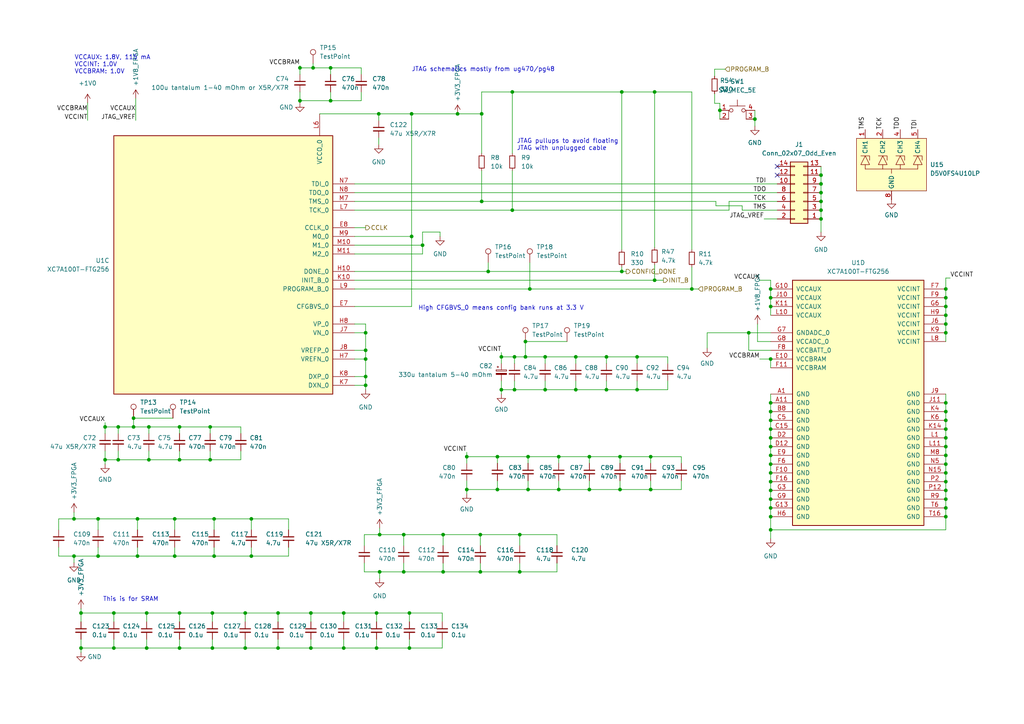
<source format=kicad_sch>
(kicad_sch (version 20211123) (generator eeschema)
  (paper "A4")
  (title_block (title "VGA Centrifuge") (date "2022-09-30") (rev "R1") (comment 1 "Author: Paolo Celati") (comment 2 "FPGA Power & JTAG"))
  (junction (at 238.125 63.5))
  (junction (at 50.673 161.29))
  (junction (at 62.103 161.29))
  (junction (at 95.885 19.685))
  (junction (at 148.59 60.96))
  (junction (at 110.109 165.862))
  (junction (at 30.48 123.825))
  (junction (at 274.32 88.9))
  (junction (at 119.38 68.58))
  (junction (at 60.96 123.825))
  (junction (at 153.67 83.82))
  (junction (at 274.32 139.7))
  (junction (at 179.832 141.986))
  (junction (at 33.02 177.8))
  (junction (at 28.448 150.495))
  (junction (at 162.052 141.986))
  (junction (at 60.96 133.35))
  (junction (at 274.32 134.62))
  (junction (at 274.32 91.44))
  (junction (at 71.12 187.96))
  (junction (at 150.749 155.067))
  (junction (at 184.785 113.03))
  (junction (at 33.02 187.96))
  (junction (at 158.115 113.03))
  (junction (at 109.22 187.96))
  (junction (at 42.545 187.96))
  (junction (at 139.319 165.862))
  (junction (at 223.52 129.54))
  (junction (at 274.32 96.52))
  (junction (at 274.32 137.16))
  (junction (at 106.045 104.14))
  (junction (at 223.52 153.67))
  (junction (at 21.463 161.29))
  (junction (at 72.898 161.29))
  (junction (at 38.735 121.285))
  (junction (at 223.52 149.86))
  (junction (at 71.12 177.8))
  (junction (at 52.07 133.35))
  (junction (at 274.32 116.84))
  (junction (at 223.52 147.32))
  (junction (at 128.524 155.067))
  (junction (at 72.898 150.495))
  (junction (at 223.52 121.92))
  (junction (at 152.4 103.505))
  (junction (at 39.878 150.495))
  (junction (at 274.32 121.92))
  (junction (at 223.52 86.36))
  (junction (at 170.942 132.461))
  (junction (at 139.319 155.067))
  (junction (at 30.48 133.35))
  (junction (at 34.29 123.825))
  (junction (at 238.125 60.96))
  (junction (at 223.52 132.08))
  (junction (at 150.749 165.862))
  (junction (at 38.735 123.825))
  (junction (at 223.52 104.14))
  (junction (at 274.32 149.86))
  (junction (at 188.722 132.461))
  (junction (at 145.415 103.505))
  (junction (at 184.785 103.505))
  (junction (at 223.52 127))
  (junction (at 86.995 19.685))
  (junction (at 99.695 187.96))
  (junction (at 99.695 177.8))
  (junction (at 144.272 132.461))
  (junction (at 148.59 26.67))
  (junction (at 238.125 58.42))
  (junction (at 117.094 155.067))
  (junction (at 274.32 129.54))
  (junction (at 223.52 134.62))
  (junction (at 42.545 177.8))
  (junction (at 21.463 150.495))
  (junction (at 90.805 19.685))
  (junction (at 274.32 124.46))
  (junction (at 118.745 187.96))
  (junction (at 153.162 132.461))
  (junction (at 90.17 177.8))
  (junction (at 180.34 78.74))
  (junction (at 106.045 109.22))
  (junction (at 274.32 83.82))
  (junction (at 34.29 133.35))
  (junction (at 189.865 81.28))
  (junction (at 162.052 132.461))
  (junction (at 106.045 101.6))
  (junction (at 61.595 187.96))
  (junction (at 189.865 26.67))
  (junction (at 106.045 96.52))
  (junction (at 238.125 50.8))
  (junction (at 238.125 53.34))
  (junction (at 62.103 150.495))
  (junction (at 23.495 187.96))
  (junction (at 139.7 58.42))
  (junction (at 274.32 144.78))
  (junction (at 52.07 177.8))
  (junction (at 274.32 119.38))
  (junction (at 52.07 187.96))
  (junction (at 80.645 187.96))
  (junction (at 90.17 187.96))
  (junction (at 110.109 155.067))
  (junction (at 80.645 177.8))
  (junction (at 144.272 141.986))
  (junction (at 149.225 103.505))
  (junction (at 122.555 71.12))
  (junction (at 95.885 29.21))
  (junction (at 149.225 113.03))
  (junction (at 145.415 113.03))
  (junction (at 223.52 139.7))
  (junction (at 223.52 83.82))
  (junction (at 135.382 141.986))
  (junction (at 106.045 111.76))
  (junction (at 86.995 29.21))
  (junction (at 188.722 141.986))
  (junction (at 152.4 99.06))
  (junction (at 50.673 150.495))
  (junction (at 175.895 103.505))
  (junction (at 179.832 132.461))
  (junction (at 139.7 33.02))
  (junction (at 167.005 103.505))
  (junction (at 223.52 142.24))
  (junction (at 274.32 93.98))
  (junction (at 153.162 141.986))
  (junction (at 218.948 34.544))
  (junction (at 128.524 165.862))
  (junction (at 223.52 88.9))
  (junction (at 238.125 55.88))
  (junction (at 180.34 26.67))
  (junction (at 167.005 113.03))
  (junction (at 223.52 116.84))
  (junction (at 217.17 96.52))
  (junction (at 274.32 147.32))
  (junction (at 119.38 33.02))
  (junction (at 135.382 132.461))
  (junction (at 43.18 123.825))
  (junction (at 109.22 177.8))
  (junction (at 274.32 86.36))
  (junction (at 223.52 124.46))
  (junction (at 39.878 161.29))
  (junction (at 200.66 83.82))
  (junction (at 43.18 133.35))
  (junction (at 223.52 144.78))
  (junction (at 170.942 141.986))
  (junction (at 109.855 33.02))
  (junction (at 23.495 177.8))
  (junction (at 223.52 119.38))
  (junction (at 61.595 177.8))
  (junction (at 274.32 127))
  (junction (at 274.32 142.24))
  (junction (at 175.895 113.03))
  (junction (at 208.788 32.004))
  (junction (at 132.715 33.02))
  (junction (at 141.605 78.74))
  (junction (at 117.094 165.862))
  (junction (at 223.52 137.16))
  (junction (at 274.32 132.08))
  (junction (at 28.448 161.29))
  (junction (at 52.07 123.825))
  (junction (at 158.115 103.505))
  (junction (at 118.745 177.8))
  (no_connect (at 225.425 50.8))
  (no_connect (at 225.425 48.26))
  (wire (pts (xy 39.878 150.495) (xy 50.673 150.495)))
  (wire (pts (xy 42.545 187.96) (xy 42.545 185.42)))
  (wire (pts (xy 117.094 155.067) (xy 117.094 158.242)))
  (wire (pts (xy 122.555 67.31) (xy 127.635 67.31)))
  (wire (pts (xy 28.448 150.495) (xy 39.878 150.495)))
  (wire (pts (xy 109.855 40.005) (xy 109.855 41.91)))
  (wire (pts (xy 200.66 72.39) (xy 200.66 26.67)))
  (wire (pts (xy 170.942 134.366) (xy 170.942 132.461)))
  (wire (pts (xy 106.045 109.22) (xy 102.87 109.22)))
  (wire (pts (xy 135.382 139.446) (xy 135.382 141.986)))
  (wire (pts (xy 139.319 155.067) (xy 139.319 158.242)))
  (wire (pts (xy 162.052 141.986) (xy 170.942 141.986)))
  (wire (pts (xy 80.645 177.8) (xy 90.17 177.8)))
  (wire (pts (xy 105.664 165.862) (xy 105.664 163.322)))
  (wire (pts (xy 95.885 21.59) (xy 95.885 19.685)))
  (wire (pts (xy 170.942 139.446) (xy 170.942 141.986)))
  (wire (pts (xy 17.018 150.495) (xy 17.018 153.67)))
  (wire (pts (xy 179.832 134.366) (xy 179.832 132.461)))
  (wire (pts (xy 145.415 103.505) (xy 149.225 103.505)))
  (wire (pts (xy 99.695 187.96) (xy 90.17 187.96)))
  (wire (pts (xy 102.87 81.28) (xy 189.865 81.28)))
  (wire (pts (xy 238.125 53.34) (xy 238.125 55.88)))
  (wire (pts (xy 223.52 142.24) (xy 223.52 144.78)))
  (wire (pts (xy 30.48 123.825) (xy 34.29 123.825)))
  (wire (pts (xy 162.052 132.461) (xy 170.942 132.461)))
  (wire (pts (xy 117.094 165.862) (xy 128.524 165.862)))
  (wire (pts (xy 127.635 67.31) (xy 127.635 68.58)))
  (wire (pts (xy 139.7 26.67) (xy 148.59 26.67)))
  (wire (pts (xy 86.995 19.05) (xy 86.995 19.685)))
  (wire (pts (xy 69.85 125.73) (xy 69.85 123.825)))
  (wire (pts (xy 102.87 73.66) (xy 122.555 73.66)))
  (wire (pts (xy 223.52 134.62) (xy 223.52 137.16)))
  (wire (pts (xy 102.87 55.88) (xy 225.425 55.88)))
  (wire (pts (xy 102.87 66.04) (xy 106.045 66.04)))
  (wire (pts (xy 42.545 177.8) (xy 42.545 180.34)))
  (wire (pts (xy 149.225 105.41) (xy 149.225 103.505)))
  (wire (pts (xy 145.415 103.505) (xy 145.415 105.41)))
  (wire (pts (xy 23.495 177.8) (xy 23.495 180.34)))
  (wire (pts (xy 189.865 26.67) (xy 189.865 71.755)))
  (wire (pts (xy 207.264 22.098) (xy 207.264 20.066)))
  (wire (pts (xy 149.225 110.49) (xy 149.225 113.03)))
  (wire (pts (xy 118.745 187.96) (xy 118.745 185.42)))
  (wire (pts (xy 139.319 155.067) (xy 150.749 155.067)))
  (wire (pts (xy 104.775 21.59) (xy 104.775 19.685)))
  (wire (pts (xy 200.66 83.82) (xy 202.565 83.82)))
  (wire (pts (xy 167.005 103.505) (xy 175.895 103.505)))
  (wire (pts (xy 223.52 99.06) (xy 219.71 99.06)))
  (wire (pts (xy 33.02 187.96) (xy 33.02 185.42)))
  (wire (pts (xy 139.7 33.02) (xy 139.7 26.67)))
  (wire (pts (xy 274.32 114.3) (xy 274.32 116.84)))
  (wire (pts (xy 184.785 110.49) (xy 184.785 113.03)))
  (wire (pts (xy 149.225 103.505) (xy 152.4 103.505)))
  (wire (pts (xy 105.664 165.862) (xy 110.109 165.862)))
  (wire (pts (xy 17.018 150.495) (xy 21.463 150.495)))
  (wire (pts (xy 61.595 177.8) (xy 71.12 177.8)))
  (wire (pts (xy 39.878 161.29) (xy 39.878 158.75)))
  (wire (pts (xy 109.22 187.96) (xy 99.695 187.96)))
  (wire (pts (xy 184.785 113.03) (xy 193.675 113.03)))
  (wire (pts (xy 145.415 102.235) (xy 145.415 103.505)))
  (wire (pts (xy 153.162 132.461) (xy 162.052 132.461)))
  (wire (pts (xy 95.885 29.21) (xy 104.775 29.21)))
  (wire (pts (xy 25.4 29.845) (xy 25.4 34.925)))
  (wire (pts (xy 223.52 101.6) (xy 217.17 101.6)))
  (wire (pts (xy 128.27 187.96) (xy 118.745 187.96)))
  (wire (pts (xy 42.545 177.8) (xy 52.07 177.8)))
  (wire (pts (xy 197.612 139.446) (xy 197.612 141.986)))
  (wire (pts (xy 60.96 133.35) (xy 69.85 133.35)))
  (wire (pts (xy 167.005 113.03) (xy 175.895 113.03)))
  (wire (pts (xy 238.125 48.26) (xy 238.125 50.8)))
  (wire (pts (xy 95.885 26.67) (xy 95.885 29.21)))
  (wire (pts (xy 102.87 88.9) (xy 119.38 88.9)))
  (wire (pts (xy 223.52 127) (xy 223.52 129.54)))
  (wire (pts (xy 106.045 96.52) (xy 106.045 101.6)))
  (wire (pts (xy 148.59 49.53) (xy 148.59 60.96)))
  (wire (pts (xy 86.995 29.21) (xy 86.995 29.845)))
  (wire (pts (xy 23.495 176.53) (xy 23.495 177.8)))
  (wire (pts (xy 72.898 161.29) (xy 72.898 158.75)))
  (wire (pts (xy 60.96 125.73) (xy 60.96 123.825)))
  (wire (pts (xy 61.595 177.8) (xy 61.595 180.34)))
  (wire (pts (xy 38.735 123.825) (xy 43.18 123.825)))
  (wire (pts (xy 109.22 177.8) (xy 109.22 180.34)))
  (wire (pts (xy 207.264 29.972) (xy 207.264 27.178)))
  (wire (pts (xy 223.52 86.36) (xy 223.52 83.82)))
  (wire (pts (xy 109.855 33.02) (xy 109.855 34.925)))
  (wire (pts (xy 274.32 96.52) (xy 274.32 93.98)))
  (wire (pts (xy 223.52 104.14) (xy 223.52 106.68)))
  (wire (pts (xy 274.32 83.82) (xy 274.32 80.645)))
  (wire (pts (xy 274.32 91.44) (xy 274.32 88.9)))
  (wire (pts (xy 218.948 34.544) (xy 218.948 36.576)))
  (wire (pts (xy 52.07 187.96) (xy 42.545 187.96)))
  (wire (pts (xy 189.865 76.835) (xy 189.865 81.28)))
  (wire (pts (xy 223.52 137.16) (xy 223.52 139.7)))
  (wire (pts (xy 106.045 104.14) (xy 106.045 109.22)))
  (wire (pts (xy 223.52 132.08) (xy 223.52 134.62)))
  (wire (pts (xy 158.115 103.505) (xy 167.005 103.505)))
  (wire (pts (xy 90.17 187.96) (xy 90.17 185.42)))
  (wire (pts (xy 153.162 141.986) (xy 162.052 141.986)))
  (wire (pts (xy 71.12 187.96) (xy 71.12 185.42)))
  (wire (pts (xy 175.895 103.505) (xy 184.785 103.505)))
  (wire (pts (xy 150.749 165.862) (xy 150.749 163.322)))
  (wire (pts (xy 207.645 58.42) (xy 207.645 59.69)))
  (wire (pts (xy 71.12 177.8) (xy 71.12 180.34)))
  (wire (pts (xy 104.775 26.67) (xy 104.775 29.21)))
  (wire (pts (xy 153.162 139.446) (xy 153.162 141.986)))
  (wire (pts (xy 223.52 88.9) (xy 223.52 86.36)))
  (wire (pts (xy 90.17 187.96) (xy 80.645 187.96)))
  (wire (pts (xy 102.87 83.82) (xy 153.67 83.82)))
  (wire (pts (xy 83.693 158.75) (xy 83.693 161.29)))
  (wire (pts (xy 34.29 125.73) (xy 34.29 123.825)))
  (wire (pts (xy 164.465 99.06) (xy 152.4 99.06)))
  (wire (pts (xy 153.67 83.82) (xy 200.66 83.82)))
  (wire (pts (xy 217.17 101.6) (xy 217.17 96.52)))
  (wire (pts (xy 62.103 161.29) (xy 72.898 161.29)))
  (wire (pts (xy 274.32 88.9) (xy 274.32 86.36)))
  (wire (pts (xy 80.645 187.96) (xy 80.645 185.42)))
  (wire (pts (xy 23.495 185.42) (xy 23.495 187.96)))
  (wire (pts (xy 106.045 111.76) (xy 102.87 111.76)))
  (wire (pts (xy 86.995 26.67) (xy 86.995 29.21)))
  (wire (pts (xy 188.722 134.366) (xy 188.722 132.461)))
  (wire (pts (xy 52.07 130.81) (xy 52.07 133.35)))
  (wire (pts (xy 30.48 133.35) (xy 30.48 134.62)))
  (wire (pts (xy 274.32 86.36) (xy 274.32 83.82)))
  (wire (pts (xy 50.673 161.29) (xy 62.103 161.29)))
  (wire (pts (xy 43.18 133.35) (xy 34.29 133.35)))
  (wire (pts (xy 72.898 161.29) (xy 83.693 161.29)))
  (wire (pts (xy 30.48 122.555) (xy 30.48 123.825)))
  (wire (pts (xy 208.788 29.972) (xy 207.264 29.972)))
  (wire (pts (xy 274.32 134.62) (xy 274.32 137.16)))
  (wire (pts (xy 179.832 141.986) (xy 188.722 141.986)))
  (wire (pts (xy 128.27 180.34) (xy 128.27 177.8)))
  (wire (pts (xy 179.832 132.461) (xy 188.722 132.461)))
  (wire (pts (xy 211.455 58.42) (xy 211.455 60.96)))
  (wire (pts (xy 106.045 93.98) (xy 106.045 96.52)))
  (wire (pts (xy 149.225 113.03) (xy 145.415 113.03)))
  (wire (pts (xy 95.885 19.685) (xy 104.775 19.685)))
  (wire (pts (xy 148.59 26.67) (xy 180.34 26.67)))
  (wire (pts (xy 162.052 139.446) (xy 162.052 141.986)))
  (wire (pts (xy 139.7 33.02) (xy 139.7 44.45)))
  (wire (pts (xy 62.103 161.29) (xy 62.103 158.75)))
  (wire (pts (xy 175.895 113.03) (xy 184.785 113.03)))
  (wire (pts (xy 109.855 33.02) (xy 92.71 33.02)))
  (wire (pts (xy 52.07 187.96) (xy 52.07 185.42)))
  (wire (pts (xy 119.38 68.58) (xy 119.38 88.9)))
  (wire (pts (xy 205.105 96.52) (xy 205.105 100.965)))
  (wire (pts (xy 17.018 161.29) (xy 17.018 158.75)))
  (wire (pts (xy 122.555 71.12) (xy 122.555 73.66)))
  (wire (pts (xy 39.37 28.575) (xy 39.37 34.925)))
  (wire (pts (xy 161.544 155.067) (xy 161.544 158.242)))
  (wire (pts (xy 61.595 187.96) (xy 61.595 185.42)))
  (wire (pts (xy 148.59 26.67) (xy 148.59 44.45)))
  (wire (pts (xy 188.722 132.461) (xy 197.612 132.461)))
  (wire (pts (xy 34.29 133.35) (xy 30.48 133.35)))
  (wire (pts (xy 274.32 144.78) (xy 274.32 147.32)))
  (wire (pts (xy 274.32 119.38) (xy 274.32 121.92)))
  (wire (pts (xy 161.544 165.862) (xy 161.544 163.322)))
  (wire (pts (xy 38.735 121.285) (xy 38.735 123.825)))
  (wire (pts (xy 274.32 93.98) (xy 274.32 91.44)))
  (wire (pts (xy 69.85 130.81) (xy 69.85 133.35)))
  (wire (pts (xy 208.788 34.544) (xy 208.788 32.004)))
  (wire (pts (xy 144.272 134.366) (xy 144.272 132.461)))
  (wire (pts (xy 60.96 130.81) (xy 60.96 133.35)))
  (wire (pts (xy 223.52 139.7) (xy 223.52 142.24)))
  (wire (pts (xy 90.805 19.685) (xy 95.885 19.685)))
  (wire (pts (xy 223.52 144.78) (xy 223.52 147.32)))
  (wire (pts (xy 28.448 161.29) (xy 28.448 158.75)))
  (wire (pts (xy 193.675 110.49) (xy 193.675 113.03)))
  (wire (pts (xy 135.382 134.366) (xy 135.382 132.461)))
  (wire (pts (xy 223.52 116.84) (xy 223.52 119.38)))
  (wire (pts (xy 33.02 177.8) (xy 42.545 177.8)))
  (wire (pts (xy 135.382 132.461) (xy 144.272 132.461)))
  (wire (pts (xy 153.162 141.986) (xy 144.272 141.986)))
  (wire (pts (xy 223.52 121.92) (xy 223.52 124.46)))
  (wire (pts (xy 175.895 105.41) (xy 175.895 103.505)))
  (wire (pts (xy 60.96 123.825) (xy 69.85 123.825)))
  (wire (pts (xy 184.785 103.505) (xy 193.675 103.505)))
  (wire (pts (xy 106.045 101.6) (xy 106.045 104.14)))
  (wire (pts (xy 167.005 110.49) (xy 167.005 113.03)))
  (wire (pts (xy 34.29 123.825) (xy 38.735 123.825)))
  (wire (pts (xy 28.448 150.495) (xy 28.448 153.67)))
  (wire (pts (xy 128.27 187.96) (xy 128.27 185.42)))
  (wire (pts (xy 152.4 99.06) (xy 152.4 103.505)))
  (wire (pts (xy 145.415 113.03) (xy 145.415 110.49)))
  (wire (pts (xy 167.005 113.03) (xy 158.115 113.03)))
  (wire (pts (xy 71.12 187.96) (xy 61.595 187.96)))
  (wire (pts (xy 274.32 99.06) (xy 274.32 96.52)))
  (wire (pts (xy 106.045 109.22) (xy 106.045 111.76)))
  (wire (pts (xy 52.07 123.825) (xy 60.96 123.825)))
  (wire (pts (xy 193.675 105.41) (xy 193.675 103.505)))
  (wire (pts (xy 52.07 177.8) (xy 61.595 177.8)))
  (wire (pts (xy 102.87 78.74) (xy 141.605 78.74)))
  (wire (pts (xy 62.103 150.495) (xy 72.898 150.495)))
  (wire (pts (xy 50.673 150.495) (xy 50.673 153.67)))
  (wire (pts (xy 150.749 165.862) (xy 161.544 165.862)))
  (wire (pts (xy 28.448 161.29) (xy 39.878 161.29)))
  (wire (pts (xy 153.67 76.2) (xy 153.67 83.82)))
  (wire (pts (xy 39.878 150.495) (xy 39.878 153.67)))
  (wire (pts (xy 219.71 93.98) (xy 219.71 99.06)))
  (wire (pts (xy 238.125 50.8) (xy 238.125 53.34)))
  (wire (pts (xy 86.995 19.685) (xy 90.805 19.685)))
  (wire (pts (xy 34.29 130.81) (xy 34.29 133.35)))
  (wire (pts (xy 80.645 177.8) (xy 80.645 180.34)))
  (wire (pts (xy 30.48 133.35) (xy 30.48 130.81)))
  (wire (pts (xy 150.749 155.067) (xy 150.749 158.242)))
  (wire (pts (xy 274.32 129.54) (xy 274.32 132.08)))
  (wire (pts (xy 144.272 139.446) (xy 144.272 141.986)))
  (wire (pts (xy 223.52 83.82) (xy 223.52 81.28)))
  (wire (pts (xy 119.38 33.02) (xy 119.38 68.58)))
  (wire (pts (xy 50.673 150.495) (xy 62.103 150.495)))
  (wire (pts (xy 215.265 59.69) (xy 215.265 60.96)))
  (wire (pts (xy 274.32 124.46) (xy 274.32 127)))
  (wire (pts (xy 62.103 150.495) (xy 62.103 153.67)))
  (wire (pts (xy 106.045 104.14) (xy 102.87 104.14)))
  (wire (pts (xy 179.832 139.446) (xy 179.832 141.986)))
  (wire (pts (xy 117.094 155.067) (xy 128.524 155.067)))
  (wire (pts (xy 220.345 104.14) (xy 223.52 104.14)))
  (wire (pts (xy 135.382 141.986) (xy 135.382 143.256)))
  (wire (pts (xy 128.524 165.862) (xy 139.319 165.862)))
  (wire (pts (xy 274.32 153.67) (xy 223.52 153.67)))
  (wire (pts (xy 274.32 137.16) (xy 274.32 139.7)))
  (wire (pts (xy 117.094 165.862) (xy 117.094 163.322)))
  (wire (pts (xy 238.125 58.42) (xy 238.125 60.96)))
  (wire (pts (xy 274.32 147.32) (xy 274.32 149.86)))
  (wire (pts (xy 200.66 77.47) (xy 200.66 83.82)))
  (wire (pts (xy 139.319 165.862) (xy 139.319 163.322)))
  (wire (pts (xy 39.878 161.29) (xy 50.673 161.29)))
  (wire (pts (xy 50.673 161.29) (xy 50.673 158.75)))
  (wire (pts (xy 207.264 20.066) (xy 210.312 20.066)))
  (wire (pts (xy 223.52 124.46) (xy 223.52 127)))
  (wire (pts (xy 105.664 155.067) (xy 110.109 155.067)))
  (wire (pts (xy 170.942 132.461) (xy 179.832 132.461)))
  (wire (pts (xy 110.109 165.862) (xy 110.109 167.767)))
  (wire (pts (xy 180.34 26.67) (xy 180.34 72.39)))
  (wire (pts (xy 23.495 177.8) (xy 33.02 177.8)))
  (wire (pts (xy 110.109 165.862) (xy 117.094 165.862)))
  (wire (pts (xy 158.115 105.41) (xy 158.115 103.505)))
  (wire (pts (xy 144.272 132.461) (xy 153.162 132.461)))
  (wire (pts (xy 118.745 177.8) (xy 118.745 180.34)))
  (wire (pts (xy 188.722 141.986) (xy 197.612 141.986)))
  (wire (pts (xy 274.32 139.7) (xy 274.32 142.24)))
  (wire (pts (xy 139.7 33.02) (xy 132.715 33.02)))
  (wire (pts (xy 52.07 133.35) (xy 60.96 133.35)))
  (wire (pts (xy 220.345 81.28) (xy 223.52 81.28)))
  (wire (pts (xy 184.785 105.41) (xy 184.785 103.505)))
  (wire (pts (xy 167.005 105.41) (xy 167.005 103.505)))
  (wire (pts (xy 122.555 67.31) (xy 122.555 71.12)))
  (wire (pts (xy 99.695 177.8) (xy 99.695 180.34)))
  (wire (pts (xy 110.109 155.067) (xy 117.094 155.067)))
  (wire (pts (xy 141.605 78.74) (xy 180.34 78.74)))
  (wire (pts (xy 274.32 80.645) (xy 275.59 80.645)))
  (wire (pts (xy 170.942 141.986) (xy 179.832 141.986)))
  (wire (pts (xy 110.109 153.162) (xy 110.109 155.067)))
  (wire (pts (xy 175.895 110.49) (xy 175.895 113.03)))
  (wire (pts (xy 141.605 76.2) (xy 141.605 78.74)))
  (wire (pts (xy 189.865 26.67) (xy 200.66 26.67)))
  (wire (pts (xy 139.7 58.42) (xy 102.87 58.42)))
  (wire (pts (xy 106.045 101.6) (xy 102.87 101.6)))
  (wire (pts (xy 180.34 78.74) (xy 181.61 78.74)))
  (wire (pts (xy 139.7 58.42) (xy 207.645 58.42)))
  (wire (pts (xy 189.865 81.28) (xy 192.405 81.28)))
  (wire (pts (xy 90.805 18.415) (xy 90.805 19.685)))
  (wire (pts (xy 50.165 121.285) (xy 38.735 121.285)))
  (wire (pts (xy 274.32 121.92) (xy 274.32 124.46)))
  (wire (pts (xy 215.265 60.96) (xy 225.425 60.96)))
  (wire (pts (xy 274.32 127) (xy 274.32 129.54)))
  (wire (pts (xy 223.52 149.86) (xy 223.52 153.67)))
  (wire (pts (xy 217.17 96.52) (xy 205.105 96.52)))
  (wire (pts (xy 180.34 77.47) (xy 180.34 78.74)))
  (wire (pts (xy 21.463 161.29) (xy 28.448 161.29)))
  (wire (pts (xy 118.745 187.96) (xy 109.22 187.96)))
  (wire (pts (xy 109.22 177.8) (xy 118.745 177.8)))
  (wire (pts (xy 158.115 113.03) (xy 149.225 113.03)))
  (wire (pts (xy 238.125 63.5) (xy 238.125 67.31)))
  (wire (pts (xy 23.495 187.96) (xy 23.495 189.23)))
  (wire (pts (xy 238.125 55.88) (xy 238.125 58.42)))
  (wire (pts (xy 83.693 150.495) (xy 72.898 150.495)))
  (wire (pts (xy 102.87 60.96) (xy 148.59 60.96)))
  (wire (pts (xy 238.125 60.96) (xy 238.125 63.5)))
  (wire (pts (xy 197.612 134.366) (xy 197.612 132.461)))
  (wire (pts (xy 144.272 141.986) (xy 135.382 141.986)))
  (wire (pts (xy 61.595 187.96) (xy 52.07 187.96)))
  (wire (pts (xy 158.115 110.49) (xy 158.115 113.03)))
  (wire (pts (xy 223.52 129.54) (xy 223.52 132.08)))
  (wire (pts (xy 128.524 155.067) (xy 139.319 155.067)))
  (wire (pts (xy 223.52 114.3) (xy 223.52 116.84)))
  (wire (pts (xy 109.22 187.96) (xy 109.22 185.42)))
  (wire (pts (xy 102.87 96.52) (xy 106.045 96.52)))
  (wire (pts (xy 274.32 116.84) (xy 274.32 119.38)))
  (wire (pts (xy 90.17 177.8) (xy 99.695 177.8)))
  (wire (pts (xy 274.32 142.24) (xy 274.32 144.78)))
  (wire (pts (xy 223.52 147.32) (xy 223.52 149.86)))
  (wire (pts (xy 145.415 113.03) (xy 145.415 114.3)))
  (wire (pts (xy 33.02 187.96) (xy 23.495 187.96)))
  (wire (pts (xy 102.87 93.98) (xy 106.045 93.98)))
  (wire (pts (xy 43.18 123.825) (xy 52.07 123.825)))
  (wire (pts (xy 135.382 131.191) (xy 135.382 132.461)))
  (wire (pts (xy 188.722 139.446) (xy 188.722 141.986)))
  (wire (pts (xy 21.463 150.495) (xy 28.448 150.495)))
  (wire (pts (xy 148.59 60.96) (xy 211.455 60.96)))
  (wire (pts (xy 139.319 165.862) (xy 150.749 165.862)))
  (wire (pts (xy 221.615 63.5) (xy 225.425 63.5)))
  (wire (pts (xy 152.4 103.505) (xy 158.115 103.505)))
  (wire (pts (xy 71.12 177.8) (xy 80.645 177.8)))
  (wire (pts (xy 52.07 133.35) (xy 43.18 133.35)))
  (wire (pts (xy 223.52 91.44) (xy 223.52 88.9)))
  (wire (pts (xy 83.693 153.67) (xy 83.693 150.495)))
  (wire (pts (xy 102.87 68.58) (xy 119.38 68.58)))
  (wire (pts (xy 30.48 123.825) (xy 30.48 125.73)))
  (wire (pts (xy 52.07 125.73) (xy 52.07 123.825)))
  (wire (pts (xy 274.32 132.08) (xy 274.32 134.62)))
  (wire (pts (xy 180.34 26.67) (xy 189.865 26.67)))
  (wire (pts (xy 21.463 148.59) (xy 21.463 150.495)))
  (wire (pts (xy 90.17 177.8) (xy 90.17 180.34)))
  (wire (pts (xy 223.52 119.38) (xy 223.52 121.92)))
  (wire (pts (xy 17.018 161.29) (xy 21.463 161.29)))
  (wire (pts (xy 21.463 161.29) (xy 21.463 163.195)))
  (wire (pts (xy 42.545 187.96) (xy 33.02 187.96)))
  (wire (pts (xy 162.052 134.366) (xy 162.052 132.461)))
  (wire (pts (xy 52.07 177.8) (xy 52.07 180.34)))
  (wire (pts (xy 223.52 96.52) (xy 217.17 96.52)))
  (wire (pts (xy 274.32 149.86) (xy 274.32 153.67)))
  (wire (pts (xy 86.995 21.59) (xy 86.995 19.685)))
  (wire (pts (xy 223.52 153.67) (xy 223.52 156.21)))
  (wire (pts (xy 99.695 177.8) (xy 109.22 177.8)))
  (wire (pts (xy 118.745 177.8) (xy 128.27 177.8)))
  (wire (pts (xy 150.749 155.067) (xy 161.544 155.067)))
  (wire (pts (xy 102.87 53.34) (xy 225.425 53.34)))
  (wire (pts (xy 132.715 33.02) (xy 119.38 33.02)))
  (wire (pts (xy 80.645 187.96) (xy 71.12 187.96)))
  (wire (pts (xy 43.18 130.81) (xy 43.18 133.35)))
  (wire (pts (xy 128.524 155.067) (xy 128.524 158.242)))
  (wire (pts (xy 43.18 125.73) (xy 43.18 123.825)))
  (wire (pts (xy 102.87 71.12) (xy 122.555 71.12)))
  (wire (pts (xy 106.045 111.76) (xy 106.045 113.03)))
  (wire (pts (xy 99.695 187.96) (xy 99.695 185.42)))
  (wire (pts (xy 128.524 165.862) (xy 128.524 163.322)))
  (wire (pts (xy 153.162 134.366) (xy 153.162 132.461)))
  (wire (pts (xy 86.995 29.21) (xy 95.885 29.21)))
  (wire (pts (xy 33.02 177.8) (xy 33.02 180.34)))
  (wire (pts (xy 105.664 155.067) (xy 105.664 158.242)))
  (wire (pts (xy 72.898 150.495) (xy 72.898 153.67)))
  (wire (pts (xy 208.788 32.004) (xy 208.788 29.972)))
  (wire (pts (xy 139.7 49.53) (xy 139.7 58.42)))
  (wire (pts (xy 225.425 58.42) (xy 211.455 58.42)))
  (wire (pts (xy 207.645 59.69) (xy 215.265 59.69)))
  (wire (pts (xy 218.948 32.004) (xy 218.948 34.544)))
  (wire (pts (xy 119.38 33.02) (xy 109.855 33.02)))
  (text "JTAG pullups to avoid floating\nJTAG with unplugged cable" (at 149.86 43.815 0) (effects (font (size 1.27 1.27)) (justify left bottom)))
  (text "High CFGBVS_0 means config bank runs at 3.3 V" (at 121.285 90.17 0) (effects (font (size 1.27 1.27)) (justify left bottom)))
  (text "This is for SRAM" (at 29.845 174.625 0) (effects (font (size 1.27 1.27)) (justify left bottom)))
  (text "VCCAUX: 1.8V, 115 mA\nVCCINT: 1.0V\nVCCBRAM: 1.0V" (at 21.59 21.59 0) (effects (font (size 1.27 1.27)) (justify left bottom)))
  (text "JTAG schematics mostly from ug470/pg48" (at 119.38 20.955 0) (effects (font (size 1.27 1.27)) (justify left bottom)))
  (label "TDI" (at 222.25 53.34 180))
  (label "TMS" (at 222.25 60.96 180))
  (label "VCCAUX" (at 39.37 32.385 180))
  (label "TDI" (at 266.192 37.592 90))
  (label "TDO" (at 222.25 55.88 180))
  (label "VCCAUX" (at 30.48 122.555 180))
  (label "VCCINT" (at 275.59 80.645 0))
  (label "VCCAUX" (at 220.345 81.28 180))
  (label "VCCBRAM" (at 25.4 32.385 180))
  (label "VCCBRAM" (at 86.995 19.05 180))
  (label "TMS" (at 250.952 37.592 90))
  (label "JTAG_VREF" (at 221.615 63.5 180))
  (label "VCCINT" (at 145.415 102.235 180))
  (label "VCCBRAM" (at 220.345 104.14 180))
  (label "JTAG_VREF" (at 39.37 34.925 180))
  (label "VCCINT" (at 135.382 131.191 180))
  (label "TCK" (at 256.032 37.592 90))
  (label "TDO" (at 261.112 37.592 90))
  (label "VCCINT" (at 25.4 34.925 180))
  (label "TCK" (at 222.25 58.42 180))
  (hierarchical_label "CONFIG_DONE" (shape output) (at 181.61 78.74 0))
  (hierarchical_label "PROGRAM_B" (shape input) (at 202.565 83.82 0))
  (hierarchical_label "PROGRAM_B" (shape input) (at 210.312 20.066 0))
  (hierarchical_label "CCLK" (shape output) (at 106.045 66.04 0))
  (hierarchical_label "INIT_B" (shape output) (at 192.405 81.28 0))
  (symbol (lib_id "Device:C_Small") (at 179.832 136.906 0) (unit 1)
    (property "Reference" "C91" (at 183.007 135.6422 0) (effects (justify left)))
    (property "Value" "470n" (at 183.007 138.1822 0) (effects (justify left)))
    (property "Footprint" "Capacitor_SMD:C_0603_1608Metric_Pad1.08x0.95mm_HandSolder" (effects hide))
    (property "Order Page" "https://no.mouser.com/ProductDetail/Murata-Electronics/GRM188R70J474KA01D?qs=UOvNgVTuGCosasgf37QP%2FA%3D%3D" (effects hide))
  )
  (symbol (lib_id "Device:C_Small") (at 69.85 128.27 0) (unit 1)
    (property "Reference" "C81" (at 72.39 127.0062 0) (effects (justify left)))
    (property "Value" "470n" (at 72.39 129.5462 0) (effects (justify left)))
    (property "Footprint" "Capacitor_SMD:C_0603_1608Metric_Pad1.08x0.95mm_HandSolder" (effects hide))
    (property "Order Page" "https://no.mouser.com/ProductDetail/Murata-Electronics/GRM188R70J474KA01D?qs=UOvNgVTuGCosasgf37QP%2FA%3D%3D" (effects hide))
  )
  (symbol (lib_id "power:GND") (at 110.109 167.767 0) (unit 1)
    (property "Reference" "#PWR0157" (effects hide))
    (property "Value" "GND" (at 110.109 172.847 0))
  )
  (symbol (lib_id "Device:C_Small") (at 95.885 24.13 0) (unit 1)
    (property "Reference" "C76" (at 99.06 22.8662 0) (effects (justify left)))
    (property "Value" "470n" (at 99.06 25.4062 0) (effects (justify left)))
    (property "Footprint" "Capacitor_SMD:C_0603_1608Metric_Pad1.08x0.95mm_HandSolder" (effects hide))
    (property "Order Page" "https://no.mouser.com/ProductDetail/Murata-Electronics/GRM188R70J474KA01D?qs=UOvNgVTuGCosasgf37QP%2FA%3D%3D" (effects hide))
  )
  (symbol (lib_id "Connector:TestPoint") (at 50.165 121.285 0) (unit 1)
    (property "Reference" "TP14" (at 52.07 116.7129 0) (effects (justify left)))
    (property "Value" "TestPoint" (at 52.07 119.2529 0) (effects (justify left)))
    (property "Footprint" "TestPoint:TestPoint_Keystone_5015_Micro-Minature" (effects hide))
    (property "Order Page" "https://no.mouser.com/ProductDetail/Keystone-Electronics/5015?qs=qOqV1E1P08ShW56PtUq2FA%3D%3D" (effects hide))
  )
  (symbol (lib_id "Device:R_Small") (at 200.66 74.93 0) (unit 1)
    (property "Reference" "R11" (at 202.565 73.6599 0) (effects (justify left)))
    (property "Value" "4.7k" (at 202.565 76.1999 0) (effects (justify left)))
    (property "Footprint" "Resistor_SMD:R_0805_2012Metric_Pad1.20x1.40mm_HandSolder" (effects hide))
    (property "Order Page" "https://no.mouser.com/ProductDetail/YAGEO/RC0805FR-074K7L?qs=sGAEpiMZZMtlubZbdhIBIDa%2FhYjOd3Y%252B7hgy2Q9kHw0%3D" (effects hide))
  )
  (symbol (lib_id "Connector:TestPoint") (at 90.805 18.415 0) (unit 1)
    (property "Reference" "TP15" (at 92.71 13.8429 0) (effects (justify left)))
    (property "Value" "TestPoint" (at 92.71 16.3829 0) (effects (justify left)))
    (property "Footprint" "TestPoint:TestPoint_Keystone_5015_Micro-Minature" (effects hide))
    (property "Order Page" "https://no.mouser.com/ProductDetail/Keystone-Electronics/5015?qs=qOqV1E1P08ShW56PtUq2FA%3D%3D" (effects hide))
  )
  (symbol (lib_id "Device:C_Small") (at 184.785 107.95 0) (unit 1)
    (property "Reference" "C92" (at 187.325 106.6862 0) (effects (justify left)))
    (property "Value" "4.7u" (at 187.325 109.2262 0) (effects (justify left)))
    (property "Footprint" "Capacitor_SMD:C_0805_2012Metric_Pad1.18x1.45mm_HandSolder" (effects hide))
    (property "Order Page" "https://no.mouser.com/ProductDetail/Samsung-Electro-Mechanics/CL21A475KPFNNNE?qs=yOVawPpwOwmSlN4VFiPp3g%3D%3D" (effects hide))
  )
  (symbol (lib_id "power:GND") (at 21.463 163.195 0) (unit 1)
    (property "Reference" "#PWR0138" (effects hide))
    (property "Value" "GND" (at 21.463 168.275 0))
  )
  (symbol (lib_id "Connector:TestPoint") (at 141.605 76.2 0) (unit 1)
    (property "Reference" "TP16" (at 143.51 71.6279 0) (effects (justify left)))
    (property "Value" "TestPoint" (at 143.51 74.1679 0) (effects (justify left)))
    (property "Footprint" "TestPoint:TestPoint_Keystone_5015_Micro-Minature" (effects hide))
    (property "Order Page" "https://no.mouser.com/ProductDetail/Keystone-Electronics/5015?qs=qOqV1E1P08ShW56PtUq2FA%3D%3D" (effects hide))
  )
  (symbol (lib_id "Device:R_Small") (at 207.264 24.638 0) (unit 1)
    (property "Reference" "R54" (at 208.788 23.3679 0) (effects (justify left)))
    (property "Value" "330" (at 208.788 25.9079 0) (effects (justify left)))
    (property "Footprint" "Resistor_SMD:R_0805_2012Metric_Pad1.20x1.40mm_HandSolder" (effects hide))
    (property "Order Page" "https://no.mouser.com/ProductDetail/Welwyn-Components-TT-Electronics/WCR0805-330RFI?qs=sGAEpiMZZMtlubZbdhIBIJKI6YlS673V5NyoJLO%2FYUQ%3D" (effects hide))
  )
  (symbol (lib_id "Connector:TestPoint") (at 152.4 99.06 0) (unit 1)
    (property "Reference" "TP17" (at 154.305 94.4879 0) (effects (justify left)))
    (property "Value" "TestPoint" (at 154.305 97.0279 0) (effects (justify left)))
    (property "Footprint" "TestPoint:TestPoint_Keystone_5015_Micro-Minature" (effects hide))
    (property "Order Page" "https://no.mouser.com/ProductDetail/Keystone-Electronics/5015?qs=qOqV1E1P08ShW56PtUq2FA%3D%3D" (effects hide))
  )
  (symbol (lib_id "Device:R_Small") (at 148.59 46.99 0) (unit 1)
    (property "Reference" "R9" (at 151.13 45.7199 0) (effects (justify left)))
    (property "Value" "10k" (at 151.13 48.2599 0) (effects (justify left)))
    (property "Footprint" "Resistor_SMD:R_0805_2012Metric_Pad1.20x1.40mm_HandSolder" (effects hide))
    (property "Order Page" "https://no.mouser.com/ProductDetail/YAGEO/RC0805FR-1310KL?qs=sGAEpiMZZMtlubZbdhIBIHucEnbnlIRRGobQQ23C9vc%3D" (effects hide))
  )
  (symbol (lib_id "power:GND") (at 109.855 41.91 0) (unit 1)
    (property "Reference" "#PWR0217" (effects hide))
    (property "Value" "GND" (at 109.855 46.99 0))
  )
  (symbol (lib_id "power:GND") (at 205.105 100.965 0) (unit 1)
    (property "Reference" "#PWR0205" (effects hide))
    (property "Value" "GND" (at 205.105 105.41 0))
  )
  (symbol (lib_id "Device:C_Small") (at 158.115 107.95 0) (unit 1)
    (property "Reference" "C86" (at 160.655 106.6862 0) (effects (justify left)))
    (property "Value" "4.7u" (at 160.655 109.2262 0) (effects (justify left)))
    (property "Footprint" "Capacitor_SMD:C_0805_2012Metric_Pad1.18x1.45mm_HandSolder" (effects hide))
    (property "Order Page" "https://no.mouser.com/ProductDetail/Samsung-Electro-Mechanics/CL21A475KPFNNNE?qs=yOVawPpwOwmSlN4VFiPp3g%3D%3D" (effects hide))
  )
  (symbol (lib_id "Device:C_Small") (at 61.595 182.88 0) (unit 1)
    (property "Reference" "C127" (at 64.77 181.6162 0) (effects (justify left)))
    (property "Value" "0.1u" (at 64.77 184.1562 0) (effects (justify left)))
    (property "Footprint" "Capacitor_SMD:C_0805_2012Metric_Pad1.18x1.45mm_HandSolder" (effects hide))
    (property "Order Page" "https://no.mouser.com/ProductDetail/Samsung-Electro-Mechanics/CL21F104ZBANNNC?qs=sGAEpiMZZMsh%252B1woXyUXjxqcB7t9naYp2FQ5fpmTNBQ%3D" (effects hide))
  )
  (symbol (lib_id "Device:C_Small") (at 52.07 128.27 0) (unit 1)
    (property "Reference" "C77" (at 54.61 127.0062 0) (effects (justify left)))
    (property "Value" "470n" (at 54.61 129.5462 0) (effects (justify left)))
    (property "Footprint" "Capacitor_SMD:C_0603_1608Metric_Pad1.08x0.95mm_HandSolder" (effects hide))
    (property "Order Page" "https://no.mouser.com/ProductDetail/Murata-Electronics/GRM188R70J474KA01D?qs=UOvNgVTuGCosasgf37QP%2FA%3D%3D" (effects hide))
  )
  (symbol (lib_id "Connector:TestPoint") (at 38.735 121.285 0) (unit 1)
    (property "Reference" "TP13" (at 40.64 116.7129 0) (effects (justify left)))
    (property "Value" "TestPoint" (at 40.64 119.2529 0) (effects (justify left)))
    (property "Footprint" "TestPoint:TestPoint_Keystone_5015_Micro-Minature" (effects hide))
    (property "Order Page" "https://no.mouser.com/ProductDetail/Keystone-Electronics/5015?qs=qOqV1E1P08ShW56PtUq2FA%3D%3D" (effects hide))
  )
  (symbol (lib_id "Device:C_Small") (at 52.07 182.88 0) (unit 1)
    (property "Reference" "C126" (at 54.61 181.6162 0) (effects (justify left)))
    (property "Value" "0.1u" (at 54.61 184.1562 0) (effects (justify left)))
    (property "Footprint" "Capacitor_SMD:C_0805_2012Metric_Pad1.18x1.45mm_HandSolder" (effects hide))
    (property "Order Page" "https://no.mouser.com/ProductDetail/Samsung-Electro-Mechanics/CL21F104ZBANNNC?qs=sGAEpiMZZMsh%252B1woXyUXjxqcB7t9naYp2FQ5fpmTNBQ%3D" (effects hide))
  )
  (symbol (lib_id "Device:C_Small") (at 128.27 182.88 0) (unit 1)
    (property "Reference" "C134" (at 130.81 181.6162 0) (effects (justify left)))
    (property "Value" "0.1u" (at 130.81 184.1562 0) (effects (justify left)))
    (property "Footprint" "Capacitor_SMD:C_0805_2012Metric_Pad1.18x1.45mm_HandSolder" (effects hide))
    (property "Order Page" "https://no.mouser.com/ProductDetail/Samsung-Electro-Mechanics/CL21F104ZBANNNC?qs=sGAEpiMZZMsh%252B1woXyUXjxqcB7t9naYp2FQ5fpmTNBQ%3D" (effects hide))
  )
  (symbol (lib_id "Device:C_Polarized_Small") (at 145.415 107.95 0) (unit 1)
    (property "Reference" "C82" (at 142.875 106.1338 0) (effects (justify right)))
    (property "Value" "330u tantalum 5-40 mOhm" (at 142.875 108.6738 0) (effects (justify right)))
    (property "Footprint" "Capacitor_Tantalum_SMD:CP_EIA-7343-31_Kemet-D_Pad2.25x2.55mm_HandSolder" (effects hide))
    (property "Order Page" "https://no.mouser.com/ProductDetail/Vishay-Polytech/T55D337M010C0018?qs=sGAEpiMZZMtZ1n0r9vR22budQHVeCB9z7VITjSVZjwLULvyEe%2FzGZA%3D%3D" (effects hide))
  )
  (symbol (lib_id "Switch:SW_MEC_5E") (at 213.868 34.544 0) (unit 1)
    (property "Reference" "SW1" (at 213.868 23.622 0))
    (property "Value" "SW_MEC_5E" (at 213.868 26.162 0))
    (property "Footprint" "centrifuge footprints:SW_Push_1P1T_NO_6x6mm_H9.5mm_modified" (effects hide))
    (property "Datasheet" "https://www.citrelay.com/Catalog%20Pages/SwitchCatalog/CS1102.pdf" (effects hide))
    (property "Order Page" "https://www.digikey.no/en/products/detail/cit-relay-and-switch/CS11025-0F100/16607790" (effects hide))
  )
  (symbol (lib_id "power:GND") (at 23.495 189.23 0) (unit 1)
    (property "Reference" "#PWR0224" (effects hide))
    (property "Value" "GND" (at 25.4 190.4999 0) (effects (justify left)))
  )
  (symbol (lib_id "Device:C_Small") (at 39.878 156.21 0) (unit 1)
    (property "Reference" "C113" (at 44.069 154.9462 0) (effects (justify left)))
    (property "Value" "470n" (at 44.069 157.4862 0) (effects (justify left)))
    (property "Footprint" "Capacitor_SMD:C_0603_1608Metric_Pad1.08x0.95mm_HandSolder" (effects hide))
    (property "Order Page" "https://no.mouser.com/ProductDetail/Murata-Electronics/GRM188R70J474KA01D?qs=UOvNgVTuGCosasgf37QP%2FA%3D%3D" (effects hide))
  )
  (symbol (lib_id "Device:C_Small") (at 43.18 128.27 0) (unit 1)
    (property "Reference" "C75" (at 45.72 127.0062 0) (effects (justify left)))
    (property "Value" "4.7u" (at 45.72 129.5462 0) (effects (justify left)))
    (property "Footprint" "Capacitor_SMD:C_0805_2012Metric_Pad1.18x1.45mm_HandSolder" (effects hide))
    (property "Order Page" "https://no.mouser.com/ProductDetail/Samsung-Electro-Mechanics/CL21A475KPFNNNE?qs=yOVawPpwOwmSlN4VFiPp3g%3D%3D" (effects hide))
  )
  (symbol (lib_id "Device:C_Small") (at 197.612 136.906 0) (unit 1)
    (property "Reference" "C95" (at 200.787 135.6422 0) (effects (justify left)))
    (property "Value" "470n" (at 200.787 138.1822 0) (effects (justify left)))
    (property "Footprint" "Capacitor_SMD:C_0603_1608Metric_Pad1.08x0.95mm_HandSolder" (effects hide))
    (property "Order Page" "https://no.mouser.com/ProductDetail/Murata-Electronics/GRM188R70J474KA01D?qs=UOvNgVTuGCosasgf37QP%2FA%3D%3D" (effects hide))
  )
  (symbol (lib_id "centrifuge_symbols:+3V3_FPGA") (at 21.463 148.59 0) (unit 1)
    (property "Reference" "#PWR0137" (effects hide))
    (property "Value" "+3V3_FPGA" (at 21.463 145.034 90) (effects (justify left)))
  )
  (symbol (lib_id "Device:C_Small") (at 33.02 182.88 0) (unit 1)
    (property "Reference" "C124" (at 35.56 181.6162 0) (effects (justify left)))
    (property "Value" "0.1u" (at 35.56 184.1562 0) (effects (justify left)))
    (property "Footprint" "Capacitor_SMD:C_0805_2012Metric_Pad1.18x1.45mm_HandSolder" (effects hide))
    (property "Order Page" "https://no.mouser.com/ProductDetail/Samsung-Electro-Mechanics/CL21F104ZBANNNC?qs=sGAEpiMZZMsh%252B1woXyUXjxqcB7t9naYp2FQ5fpmTNBQ%3D" (effects hide))
  )
  (symbol (lib_id "Device:C_Small") (at 80.645 182.88 0) (unit 1)
    (property "Reference" "C129" (at 83.82 181.6162 0) (effects (justify left)))
    (property "Value" "0.1u" (at 83.82 184.1562 0) (effects (justify left)))
    (property "Footprint" "Capacitor_SMD:C_0805_2012Metric_Pad1.18x1.45mm_HandSolder" (effects hide))
    (property "Order Page" "https://no.mouser.com/ProductDetail/Samsung-Electro-Mechanics/CL21F104ZBANNNC?qs=sGAEpiMZZMsh%252B1woXyUXjxqcB7t9naYp2FQ5fpmTNBQ%3D" (effects hide))
  )
  (symbol (lib_id "Device:C_Small") (at 170.942 136.906 0) (unit 1)
    (property "Reference" "C89" (at 174.117 135.6422 0) (effects (justify left)))
    (property "Value" "470n" (at 174.117 138.1822 0) (effects (justify left)))
    (property "Footprint" "Capacitor_SMD:C_0603_1608Metric_Pad1.08x0.95mm_HandSolder" (effects hide))
    (property "Order Page" "https://no.mouser.com/ProductDetail/Murata-Electronics/GRM188R70J474KA01D?qs=UOvNgVTuGCosasgf37QP%2FA%3D%3D" (effects hide))
  )
  (symbol (lib_id "Device:C_Small") (at 86.995 24.13 0) (unit 1)
    (property "Reference" "C74" (at 83.82 22.8662 0) (effects (justify right)))
    (property "Value" "100u tantalum 1-40 mOhm or X5R/X7R" (at 83.82 25.4062 0) (effects (justify right)))
    (property "Footprint" "Capacitor_SMD:C_1210_3225Metric_Pad1.33x2.70mm_HandSolder" (effects hide))
    (property "Order Page" "https://no.mouser.com/ProductDetail/Samsung-Electro-Mechanics/CL32A107MPVNNNE?qs=sGAEpiMZZMsh%252B1woXyUXjxqcB7t9naYpJyUdJkqU2eY%3D" (effects hide))
  )
  (symbol (lib_id "power:GND") (at 106.045 113.03 0) (unit 1)
    (property "Reference" "#PWR0225" (effects hide))
    (property "Value" "GND" (at 106.045 118.11 0))
  )
  (symbol (lib_id "centrifuge_symbols:+1V8_FPGA") (at 39.37 28.575 0) (unit 1)
    (property "Reference" "#PWR0203" (effects hide))
    (property "Value" "+1V8_FPGA" (at 39.37 25.019 90) (effects (justify left)))
  )
  (symbol (lib_id "power:GND") (at 127.635 68.58 0) (unit 1)
    (property "Reference" "#PWR0209" (effects hide))
    (property "Value" "GND" (at 127.635 73.66 0))
  )
  (symbol (lib_id "Device:C_Small") (at 162.052 136.906 0) (unit 1)
    (property "Reference" "C87" (at 165.227 135.6422 0) (effects (justify left)))
    (property "Value" "470n" (at 165.227 138.1822 0) (effects (justify left)))
    (property "Footprint" "Capacitor_SMD:C_0603_1608Metric_Pad1.08x0.95mm_HandSolder" (effects hide))
    (property "Order Page" "https://no.mouser.com/ProductDetail/Murata-Electronics/GRM188R70J474KA01D?qs=UOvNgVTuGCosasgf37QP%2FA%3D%3D" (effects hide))
  )
  (symbol (lib_id "Device:C_Small") (at 150.749 160.782 0) (unit 1)
    (property "Reference" "C118" (at 155.448 159.5182 0) (effects (justify left)))
    (property "Value" "4.7u" (at 155.448 162.0582 0) (effects (justify left)))
    (property "Footprint" "Capacitor_SMD:C_0805_2012Metric_Pad1.18x1.45mm_HandSolder" (effects hide))
    (property "Order Page" "https://no.mouser.com/ProductDetail/Samsung-Electro-Mechanics/CL21A475KPFNNNE?qs=yOVawPpwOwmSlN4VFiPp3g%3D%3D" (effects hide))
  )
  (symbol (lib_id "Device:C_Small") (at 104.775 24.13 0) (unit 1)
    (property "Reference" "C78" (at 107.95 22.8662 0) (effects (justify left)))
    (property "Value" "470n" (at 107.95 25.4062 0) (effects (justify left)))
    (property "Footprint" "Capacitor_SMD:C_0603_1608Metric_Pad1.08x0.95mm_HandSolder" (effects hide))
    (property "Order Page" "https://no.mouser.com/ProductDetail/Murata-Electronics/GRM188R70J474KA01D?qs=UOvNgVTuGCosasgf37QP%2FA%3D%3D" (effects hide))
  )
  (symbol (lib_id "Device:C_Small") (at 42.545 182.88 0) (unit 1)
    (property "Reference" "C125" (at 45.72 181.6162 0) (effects (justify left)))
    (property "Value" "0.1u" (at 45.72 184.1562 0) (effects (justify left)))
    (property "Footprint" "Capacitor_SMD:C_0805_2012Metric_Pad1.18x1.45mm_HandSolder" (effects hide))
    (property "Order Page" "https://no.mouser.com/ProductDetail/Samsung-Electro-Mechanics/CL21F104ZBANNNC?qs=sGAEpiMZZMsh%252B1woXyUXjxqcB7t9naYp2FQ5fpmTNBQ%3D" (effects hide))
  )
  (symbol (lib_id "centrifuge_symbols:+3V3_FPGA") (at 132.715 33.02 0) (unit 1)
    (property "Reference" "#PWR0117" (effects hide))
    (property "Value" "+3V3_FPGA" (at 132.715 29.464 90) (effects (justify left)))
  )
  (symbol (lib_id "Device:C_Small") (at 188.722 136.906 0) (unit 1)
    (property "Reference" "C93" (at 191.897 135.6422 0) (effects (justify left)))
    (property "Value" "470n" (at 191.897 138.1822 0) (effects (justify left)))
    (property "Footprint" "Capacitor_SMD:C_0603_1608Metric_Pad1.08x0.95mm_HandSolder" (effects hide))
    (property "Order Page" "https://no.mouser.com/ProductDetail/Murata-Electronics/GRM188R70J474KA01D?qs=UOvNgVTuGCosasgf37QP%2FA%3D%3D" (effects hide))
  )
  (symbol (lib_id "centrifuge_symbols:+3V3_FPGA") (at 110.109 153.162 0) (unit 1)
    (property "Reference" "#PWR0158" (effects hide))
    (property "Value" "+3V3_FPGA" (at 110.109 149.606 90) (effects (justify left)))
  )
  (symbol (lib_id "power:GND") (at 135.382 143.256 0) (unit 1)
    (property "Reference" "#PWR0202" (effects hide))
    (property "Value" "GND" (at 135.382 147.701 0))
  )
  (symbol (lib_id "Device:C_Small") (at 17.018 156.21 0) (unit 1)
    (property "Reference" "C109" (at 21.209 154.9462 0) (effects (justify left)))
    (property "Value" "470n" (at 21.209 157.4862 0) (effects (justify left)))
    (property "Footprint" "Capacitor_SMD:C_0603_1608Metric_Pad1.08x0.95mm_HandSolder" (effects hide))
    (property "Order Page" "https://no.mouser.com/ProductDetail/Murata-Electronics/GRM188R70J474KA01D?qs=UOvNgVTuGCosasgf37QP%2FA%3D%3D" (effects hide))
  )
  (symbol (lib_id "Device:C_Small") (at 139.319 160.782 0) (unit 1)
    (property "Reference" "C116" (at 144.018 159.5182 0) (effects (justify left)))
    (property "Value" "470n" (at 144.018 162.0582 0) (effects (justify left)))
    (property "Footprint" "Capacitor_SMD:C_0603_1608Metric_Pad1.08x0.95mm_HandSolder" (effects hide))
    (property "Order Page" "https://no.mouser.com/ProductDetail/Murata-Electronics/GRM188R70J474KA01D?qs=UOvNgVTuGCosasgf37QP%2FA%3D%3D" (effects hide))
  )
  (symbol (lib_id "Device:C_Small") (at 50.673 156.21 0) (unit 1)
    (property "Reference" "C115" (at 55.499 154.9462 0) (effects (justify left)))
    (property "Value" "470n" (at 55.499 157.4862 0) (effects (justify left)))
    (property "Footprint" "Capacitor_SMD:C_0603_1608Metric_Pad1.08x0.95mm_HandSolder" (effects hide))
    (property "Order Page" "https://no.mouser.com/ProductDetail/Murata-Electronics/GRM188R70J474KA01D?qs=UOvNgVTuGCosasgf37QP%2FA%3D%3D" (effects hide))
  )
  (symbol (lib_id "Device:C_Small") (at 118.745 182.88 0) (unit 1)
    (property "Reference" "C133" (at 121.92 181.6162 0) (effects (justify left)))
    (property "Value" "0.1u" (at 121.92 184.1562 0) (effects (justify left)))
    (property "Footprint" "Capacitor_SMD:C_0805_2012Metric_Pad1.18x1.45mm_HandSolder" (effects hide))
    (property "Order Page" "https://no.mouser.com/ProductDetail/Samsung-Electro-Mechanics/CL21F104ZBANNNC?qs=sGAEpiMZZMsh%252B1woXyUXjxqcB7t9naYp2FQ5fpmTNBQ%3D" (effects hide))
  )
  (symbol (lib_id "Device:R_Small") (at 189.865 74.295 0) (unit 1)
    (property "Reference" "R47" (at 191.77 73.0249 0) (effects (justify left)))
    (property "Value" "4.7k" (at 191.77 75.5649 0) (effects (justify left)))
    (property "Footprint" "Resistor_SMD:R_0805_2012Metric_Pad1.20x1.40mm_HandSolder" (effects hide))
    (property "Order Page" "https://no.mouser.com/ProductDetail/YAGEO/RC0805FR-074K7L?qs=sGAEpiMZZMtlubZbdhIBIDa%2FhYjOd3Y%252B7hgy2Q9kHw0%3D" (effects hide))
  )
  (symbol (lib_id "Device:C_Small") (at 193.675 107.95 0) (unit 1)
    (property "Reference" "C94" (at 196.215 106.6862 0) (effects (justify left)))
    (property "Value" "4.7u" (at 196.215 109.2262 0) (effects (justify left)))
    (property "Footprint" "Capacitor_SMD:C_0805_2012Metric_Pad1.18x1.45mm_HandSolder" (effects hide))
    (property "Order Page" "https://no.mouser.com/ProductDetail/Samsung-Electro-Mechanics/CL21A475KPFNNNE?qs=yOVawPpwOwmSlN4VFiPp3g%3D%3D" (effects hide))
  )
  (symbol (lib_id "Connector:TestPoint") (at 164.465 99.06 0) (unit 1)
    (property "Reference" "TP19" (at 166.37 94.4879 0) (effects (justify left)))
    (property "Value" "TestPoint" (at 166.37 97.0279 0) (effects (justify left)))
    (property "Footprint" "TestPoint:TestPoint_Keystone_5015_Micro-Minature" (effects hide))
    (property "Order Page" "https://no.mouser.com/ProductDetail/Keystone-Electronics/5015?qs=qOqV1E1P08ShW56PtUq2FA%3D%3D" (effects hide))
  )
  (symbol (lib_id "Device:C_Small") (at 105.664 160.782 0) (unit 1)
    (property "Reference" "C110" (at 109.728 159.5182 0) (effects (justify left)))
    (property "Value" "470n" (at 109.728 162.0582 0) (effects (justify left)))
    (property "Footprint" "Capacitor_SMD:C_0603_1608Metric_Pad1.08x0.95mm_HandSolder" (effects hide))
    (property "Order Page" "https://no.mouser.com/ProductDetail/Murata-Electronics/GRM188R70J474KA01D?qs=UOvNgVTuGCosasgf37QP%2FA%3D%3D" (effects hide))
  )
  (symbol (lib_id "Device:C_Small") (at 149.225 107.95 0) (unit 1)
    (property "Reference" "C84" (at 151.765 106.6862 0) (effects (justify left)))
    (property "Value" "4.7u" (at 151.765 109.2262 0) (effects (justify left)))
    (property "Footprint" "Capacitor_SMD:C_0805_2012Metric_Pad1.18x1.45mm_HandSolder" (effects hide))
    (property "Order Page" "https://no.mouser.com/ProductDetail/Samsung-Electro-Mechanics/CL21A475KPFNNNE?qs=yOVawPpwOwmSlN4VFiPp3g%3D%3D" (effects hide))
  )
  (symbol (lib_id "Device:C_Small") (at 128.524 160.782 0) (unit 1)
    (property "Reference" "C114" (at 132.588 159.5182 0) (effects (justify left)))
    (property "Value" "470n" (at 132.588 162.0582 0) (effects (justify left)))
    (property "Footprint" "Capacitor_SMD:C_0603_1608Metric_Pad1.08x0.95mm_HandSolder" (effects hide))
    (property "Order Page" "https://no.mouser.com/ProductDetail/Murata-Electronics/GRM188R70J474KA01D?qs=UOvNgVTuGCosasgf37QP%2FA%3D%3D" (effects hide))
  )
  (symbol (lib_id "power:GND") (at 258.572 57.912 0) (unit 1)
    (property "Reference" "#PWR0221" (effects hide))
    (property "Value" "GND" (at 258.572 62.357 0))
  )
  (symbol (lib_id "Connector_Generic:Conn_02x07_Odd_Even") (at 233.045 55.88 180) (unit 1)
    (property "Reference" "J1" (at 231.775 41.91 0))
    (property "Value" "Conn_02x07_Odd_Even" (at 231.775 44.45 0))
    (property "Footprint" "centrifuge footprints:878311411" (effects hide))
    (property "Order Page" "https://www.digikey.no/en/products/detail/molex/0878311411/3313107" (effects hide))
  )
  (symbol (lib_id "Device:C_Small") (at 109.22 182.88 0) (unit 1)
    (property "Reference" "C132" (at 111.76 181.6162 0) (effects (justify left)))
    (property "Value" "0.1u" (at 111.76 184.1562 0) (effects (justify left)))
    (property "Footprint" "Capacitor_SMD:C_0805_2012Metric_Pad1.18x1.45mm_HandSolder" (effects hide))
    (property "Order Page" "https://no.mouser.com/ProductDetail/Samsung-Electro-Mechanics/CL21F104ZBANNNC?qs=sGAEpiMZZMsh%252B1woXyUXjxqcB7t9naYp2FQ5fpmTNBQ%3D" (effects hide))
  )
  (symbol (lib_id "Connector:TestPoint") (at 153.67 76.2 0) (unit 1)
    (property "Reference" "TP18" (at 155.575 71.6279 0) (effects (justify left)))
    (property "Value" "TestPoint" (at 155.575 74.1679 0) (effects (justify left)))
    (property "Footprint" "TestPoint:TestPoint_Keystone_5015_Micro-Minature" (effects hide))
    (property "Order Page" "https://no.mouser.com/ProductDetail/Keystone-Electronics/5015?qs=qOqV1E1P08ShW56PtUq2FA%3D%3D" (effects hide))
  )
  (symbol (lib_id "power:GND") (at 30.48 134.62 0) (unit 1)
    (property "Reference" "#PWR0207" (effects hide))
    (property "Value" "GND" (at 30.48 139.065 0))
  )
  (symbol (lib_id "Device:C_Small") (at 72.898 156.21 0) (unit 1)
    (property "Reference" "C119" (at 77.089 154.9462 0) (effects (justify left)))
    (property "Value" "4.7u" (at 77.089 157.4862 0) (effects (justify left)))
    (property "Footprint" "Capacitor_SMD:C_0805_2012Metric_Pad1.18x1.45mm_HandSolder" (effects hide))
    (property "Order Page" "https://no.mouser.com/ProductDetail/Samsung-Electro-Mechanics/CL21A475KPFNNNE?qs=yOVawPpwOwmSlN4VFiPp3g%3D%3D" (effects hide))
  )
  (symbol (lib_id "Device:C_Small") (at 135.382 136.906 0) (unit 1)
    (property "Reference" "C80" (at 132.207 135.6422 0) (effects (justify right)))
    (property "Value" "470n" (at 132.207 138.1822 0) (effects (justify right)))
    (property "Footprint" "Capacitor_SMD:C_0603_1608Metric_Pad1.08x0.95mm_HandSolder" (effects hide))
    (property "Order Page" "https://no.mouser.com/ProductDetail/Murata-Electronics/GRM188R70J474KA01D?qs=UOvNgVTuGCosasgf37QP%2FA%3D%3D" (effects hide))
  )
  (symbol (lib_id "power:GND") (at 86.995 29.845 0) (unit 1)
    (property "Reference" "#PWR0208" (effects hide))
    (property "Value" "GND" (at 85.09 31.1149 0) (effects (justify right)))
  )
  (symbol (lib_id "Device:C_Small") (at 144.272 136.906 0) (unit 1)
    (property "Reference" "C83" (at 147.447 135.6422 0) (effects (justify left)))
    (property "Value" "470n" (at 147.447 138.1822 0) (effects (justify left)))
    (property "Footprint" "Capacitor_SMD:C_0603_1608Metric_Pad1.08x0.95mm_HandSolder" (effects hide))
    (property "Order Page" "https://no.mouser.com/ProductDetail/Murata-Electronics/GRM188R70J474KA01D?qs=UOvNgVTuGCosasgf37QP%2FA%3D%3D" (effects hide))
  )
  (symbol (lib_id "Device:C_Small") (at 23.495 182.88 0) (unit 1)
    (property "Reference" "C123" (at 26.67 181.6162 0) (effects (justify left)))
    (property "Value" "0.1u" (at 26.67 184.1562 0) (effects (justify left)))
    (property "Footprint" "Capacitor_SMD:C_0805_2012Metric_Pad1.18x1.45mm_HandSolder" (effects hide))
    (property "Order Page" "https://no.mouser.com/ProductDetail/Samsung-Electro-Mechanics/CL21F104ZBANNNC?qs=sGAEpiMZZMsh%252B1woXyUXjxqcB7t9naYp2FQ5fpmTNBQ%3D" (effects hide))
  )
  (symbol (lib_id "power:GND") (at 223.52 156.21 0) (unit 1)
    (property "Reference" "#PWR0109" (effects hide))
    (property "Value" "GND" (at 223.52 161.29 0))
  )
  (symbol (lib_id "Device:C_Small") (at 109.855 37.465 0) (unit 1)
    (property "Reference" "C122" (at 113.03 36.2012 0) (effects (justify left)))
    (property "Value" "47u X5R/X7R" (at 113.03 38.7412 0) (effects (justify left)))
    (property "Footprint" "Capacitor_SMD:C_1210_3225Metric_Pad1.33x2.70mm_HandSolder" (effects hide))
    (property "Order Page" "https://no.mouser.com/ProductDetail/Murata-Electronics/GRM32ER70J476ME20L?qs=dvNkCgDRzLg73cA9qAvMhQ%3D%3D" (effects hide))
  )
  (symbol (lib_id "power:GND") (at 218.948 36.576 0) (unit 1)
    (property "Reference" "#PWR0236" (effects hide))
    (property "Value" "GND" (at 218.948 41.402 0))
  )
  (symbol (lib_id "power:+1V0") (at 25.4 29.845 0) (unit 1)
    (property "Reference" "#PWR0204" (effects hide))
    (property "Value" "+1V0" (at 25.4 24.13 0))
  )
  (symbol (lib_id "Device:C_Small") (at 30.48 128.27 0) (unit 1)
    (property "Reference" "C72" (at 27.94 127.0062 0) (effects (justify right)))
    (property "Value" "47u X5R/X7R" (at 27.94 129.5462 0) (effects (justify right)))
    (property "Footprint" "Capacitor_SMD:C_1210_3225Metric_Pad1.33x2.70mm_HandSolder" (effects hide))
    (property "Order Page" "https://no.mouser.com/ProductDetail/Murata-Electronics/GRM32ER70J476ME20L?qs=dvNkCgDRzLg73cA9qAvMhQ%3D%3D" (effects hide))
  )
  (symbol (lib_id "Device:C_Small") (at 153.162 136.906 0) (unit 1)
    (property "Reference" "C85" (at 156.337 135.6422 0) (effects (justify left)))
    (property "Value" "470n" (at 156.337 138.1822 0) (effects (justify left)))
    (property "Footprint" "Capacitor_SMD:C_0603_1608Metric_Pad1.08x0.95mm_HandSolder" (effects hide))
    (property "Order Page" "https://no.mouser.com/ProductDetail/Murata-Electronics/GRM188R70J474KA01D?qs=UOvNgVTuGCosasgf37QP%2FA%3D%3D" (effects hide))
  )
  (symbol (lib_id "Device:C_Small") (at 90.17 182.88 0) (unit 1)
    (property "Reference" "C130" (at 92.71 181.6162 0) (effects (justify left)))
    (property "Value" "0.1u" (at 92.71 184.1562 0) (effects (justify left)))
    (property "Footprint" "Capacitor_SMD:C_0805_2012Metric_Pad1.18x1.45mm_HandSolder" (effects hide))
    (property "Order Page" "https://no.mouser.com/ProductDetail/Samsung-Electro-Mechanics/CL21F104ZBANNNC?qs=sGAEpiMZZMsh%252B1woXyUXjxqcB7t9naYp2FQ5fpmTNBQ%3D" (effects hide))
  )
  (symbol (lib_id "power:GND") (at 145.415 114.3 0) (unit 1)
    (property "Reference" "#PWR0206" (effects hide))
    (property "Value" "GND" (at 145.415 118.745 0))
  )
  (symbol (lib_id "Device:C_Small") (at 60.96 128.27 0) (unit 1)
    (property "Reference" "C79" (at 63.5 127.0062 0) (effects (justify left)))
    (property "Value" "470n" (at 63.5 129.5462 0) (effects (justify left)))
    (property "Footprint" "Capacitor_SMD:C_0603_1608Metric_Pad1.08x0.95mm_HandSolder" (effects hide))
    (property "Order Page" "https://no.mouser.com/ProductDetail/Murata-Electronics/GRM188R70J474KA01D?qs=UOvNgVTuGCosasgf37QP%2FA%3D%3D" (effects hide))
  )
  (symbol (lib_id "Device:C_Small") (at 99.695 182.88 0) (unit 1)
    (property "Reference" "C131" (at 102.87 181.6162 0) (effects (justify left)))
    (property "Value" "0.1u" (at 102.87 184.1562 0) (effects (justify left)))
    (property "Footprint" "Capacitor_SMD:C_0805_2012Metric_Pad1.18x1.45mm_HandSolder" (effects hide))
    (property "Order Page" "https://no.mouser.com/ProductDetail/Samsung-Electro-Mechanics/CL21F104ZBANNNC?qs=sGAEpiMZZMsh%252B1woXyUXjxqcB7t9naYp2FQ5fpmTNBQ%3D" (effects hide))
  )
  (symbol (lib_id "centrifuge_symbols:+1V8_FPGA") (at 219.71 93.98 0) (unit 1)
    (property "Reference" "#PWR0131" (effects hide))
    (property "Value" "+1V8_FPGA" (at 219.71 90.424 90) (effects (justify left)))
  )
  (symbol (lib_id "FPGA_Xilinx_Artix7:XC7A100T-FTG256") (at 64.77 73.66 0) (unit 3)
    (property "Reference" "U1" (at 31.75 75.5649 0) (effects (justify right)))
    (property "Value" "XC7A100T-FTG256" (at 31.75 78.1049 0) (effects (justify right)))
    (property "Footprint" "Package_BGA:Xilinx_FTG256" (effects hide))
  )
  (symbol (lib_id "Device:C_Small") (at 71.12 182.88 0) (unit 1)
    (property "Reference" "C128" (at 73.66 181.6162 0) (effects (justify left)))
    (property "Value" "0.1u" (at 73.66 184.1562 0) (effects (justify left)))
    (property "Footprint" "Capacitor_SMD:C_0805_2012Metric_Pad1.18x1.45mm_HandSolder" (effects hide))
    (property "Order Page" "https://no.mouser.com/ProductDetail/Samsung-Electro-Mechanics/CL21F104ZBANNNC?qs=sGAEpiMZZMsh%252B1woXyUXjxqcB7t9naYp2FQ5fpmTNBQ%3D" (effects hide))
  )
  (symbol (lib_id "Device:C_Small") (at 28.448 156.21 0) (unit 1)
    (property "Reference" "C111" (at 32.639 154.9462 0) (effects (justify left)))
    (property "Value" "470n" (at 32.639 157.4862 0) (effects (justify left)))
    (property "Footprint" "Capacitor_SMD:C_0603_1608Metric_Pad1.08x0.95mm_HandSolder" (effects hide))
    (property "Order Page" "https://no.mouser.com/ProductDetail/Murata-Electronics/GRM188R70J474KA01D?qs=UOvNgVTuGCosasgf37QP%2FA%3D%3D" (effects hide))
  )
  (symbol (lib_id "Device:C_Small") (at 117.094 160.782 0) (unit 1)
    (property "Reference" "C112" (at 121.158 159.5182 0) (effects (justify left)))
    (property "Value" "470n" (at 121.158 162.0582 0) (effects (justify left)))
    (property "Footprint" "Capacitor_SMD:C_0603_1608Metric_Pad1.08x0.95mm_HandSolder" (effects hide))
    (property "Order Page" "https://no.mouser.com/ProductDetail/Murata-Electronics/GRM188R70J474KA01D?qs=UOvNgVTuGCosasgf37QP%2FA%3D%3D" (effects hide))
  )
  (symbol (lib_id "Device:C_Small") (at 167.005 107.95 0) (unit 1)
    (property "Reference" "C88" (at 169.545 106.6862 0) (effects (justify left)))
    (property "Value" "4.7u" (at 169.545 109.2262 0) (effects (justify left)))
    (property "Footprint" "Capacitor_SMD:C_0805_2012Metric_Pad1.18x1.45mm_HandSolder" (effects hide))
    (property "Order Page" "https://no.mouser.com/ProductDetail/Samsung-Electro-Mechanics/CL21A475KPFNNNE?qs=yOVawPpwOwmSlN4VFiPp3g%3D%3D" (effects hide))
  )
  (symbol (lib_id "Device:C_Small") (at 161.544 160.782 0) (unit 1)
    (property "Reference" "C120" (at 165.608 159.5182 0) (effects (justify left)))
    (property "Value" "4.7u" (at 165.608 162.0582 0) (effects (justify left)))
    (property "Footprint" "Capacitor_SMD:C_0805_2012Metric_Pad1.18x1.45mm_HandSolder" (effects hide))
    (property "Order Page" "https://no.mouser.com/ProductDetail/Samsung-Electro-Mechanics/CL21A475KPFNNNE?qs=yOVawPpwOwmSlN4VFiPp3g%3D%3D" (effects hide))
  )
  (symbol (lib_id "power:GND") (at 238.125 67.31 0) (unit 1)
    (property "Reference" "#PWR0116" (effects hide))
    (property "Value" "GND" (at 238.125 72.39 0))
  )
  (symbol (lib_id "Device:C_Small") (at 62.103 156.21 0) (unit 1)
    (property "Reference" "C117" (at 66.929 154.9462 0) (effects (justify left)))
    (property "Value" "4.7u" (at 66.929 157.4862 0) (effects (justify left)))
    (property "Footprint" "Capacitor_SMD:C_0805_2012Metric_Pad1.18x1.45mm_HandSolder" (effects hide))
    (property "Order Page" "https://no.mouser.com/ProductDetail/Samsung-Electro-Mechanics/CL21A475KPFNNNE?qs=yOVawPpwOwmSlN4VFiPp3g%3D%3D" (effects hide))
  )
  (symbol (lib_id "Device:C_Small") (at 83.693 156.21 0) (unit 1)
    (property "Reference" "C121" (at 88.519 154.9462 0) (effects (justify left)))
    (property "Value" "47u X5R/X7R" (at 88.519 157.4862 0) (effects (justify left)))
    (property "Footprint" "Capacitor_SMD:C_1210_3225Metric_Pad1.33x2.70mm_HandSolder" (effects hide))
    (property "Order Page" "https://no.mouser.com/ProductDetail/Murata-Electronics/GRM32ER70J476ME20L?qs=dvNkCgDRzLg73cA9qAvMhQ%3D%3D" (effects hide))
  )
  (symbol (lib_id "centrifuge_symbols:+3V3_FPGA") (at 23.495 176.53 0) (unit 1)
    (property "Reference" "#PWR0223" (effects hide))
    (property "Value" "+3V3_FPGA" (at 23.495 172.974 90) (effects (justify left)))
  )
  (symbol (lib_id "FPGA_Xilinx_Artix7:XC7A100T-FTG256") (at 248.92 116.84 0) (unit 4)
    (property "Reference" "U1" (at 248.92 76.2 0))
    (property "Value" "XC7A100T-FTG256" (at 248.92 78.74 0))
    (property "Footprint" "Package_BGA:Xilinx_FTG256" (effects hide))
  )
  (symbol (lib_id "Device:C_Small") (at 34.29 128.27 0) (unit 1)
    (property "Reference" "C73" (at 36.83 127.0062 0) (effects (justify left)))
    (property "Value" "4.7u" (at 36.83 129.5462 0) (effects (justify left)))
    (property "Footprint" "Capacitor_SMD:C_0805_2012Metric_Pad1.18x1.45mm_HandSolder" (effects hide))
    (property "Order Page" "https://no.mouser.com/ProductDetail/Samsung-Electro-Mechanics/CL21A475KPFNNNE?qs=yOVawPpwOwmSlN4VFiPp3g%3D%3D" (effects hide))
  )
  (symbol (lib_id "Device:R_Small") (at 139.7 46.99 0) (unit 1)
    (property "Reference" "R8" (at 142.24 45.7199 0) (effects (justify left)))
    (property "Value" "10k" (at 142.24 48.2599 0) (effects (justify left)))
    (property "Footprint" "Resistor_SMD:R_0805_2012Metric_Pad1.20x1.40mm_HandSolder" (effects hide))
    (property "Order Page" "https://no.mouser.com/ProductDetail/YAGEO/RC0805FR-1310KL?qs=sGAEpiMZZMtlubZbdhIBIHucEnbnlIRRGobQQ23C9vc%3D" (effects hide))
  )
  (symbol (lib_id "Device:C_Small") (at 175.895 107.95 0) (unit 1)
    (property "Reference" "C90" (at 178.435 106.6862 0) (effects (justify left)))
    (property "Value" "4.7u" (at 178.435 109.2262 0) (effects (justify left)))
    (property "Footprint" "Capacitor_SMD:C_0805_2012Metric_Pad1.18x1.45mm_HandSolder" (effects hide))
    (property "Order Page" "https://no.mouser.com/ProductDetail/Samsung-Electro-Mechanics/CL21A475KPFNNNE?qs=yOVawPpwOwmSlN4VFiPp3g%3D%3D" (effects hide))
  )
  (symbol (lib_id "Device:R_Small") (at 180.34 74.93 0) (unit 1)
    (property "Reference" "R10" (at 182.88 73.6599 0) (effects (justify left)))
    (property "Value" "330" (at 182.88 76.1999 0) (effects (justify left)))
    (property "Footprint" "Resistor_SMD:R_0805_2012Metric_Pad1.20x1.40mm_HandSolder" (effects hide))
    (property "Order Page" "https://no.mouser.com/ProductDetail/Welwyn-Components-TT-Electronics/WCR0805-330RFI?qs=sGAEpiMZZMtlubZbdhIBIJKI6YlS673V5NyoJLO%2FYUQ%3D" (effects hide))
  )
  (symbol (lib_id "centrifuge_symbols:D5V0FS4U10LP") (at 258.572 47.752 0) (unit 1)
    (property "Reference" "U15" (at 269.748 47.7519 0) (effects (justify left)))
    (property "Value" "D5V0FS4U10LP" (at 269.748 50.2919 0) (effects (justify left)))
    (property "Footprint" "Package_DFN_QFN:Diodes_UDFN-10_1.0x2.5mm_P0.5mm" (effects hide))
    (property "Datasheet" "https://www.diodes.com/assets/Datasheets/D5V0FS4U10LP.pdf" (effects hide))
    (property "Order Page" "https://www.digikey.no/en/products/detail/diodes-incorporated/D5V0FS4U10LP-7/7930773" (effects hide))
  )
)
</source>
